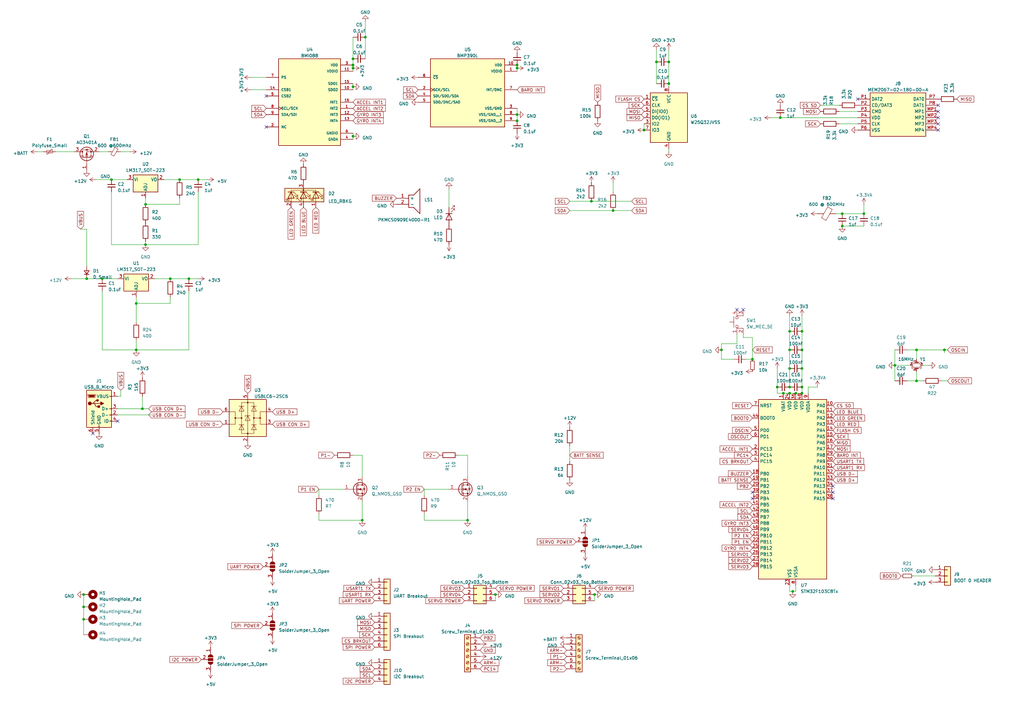
<source format=kicad_sch>
(kicad_sch (version 20230121) (generator eeschema)
  (paper "A3")
  (junction (at 59.69 100.33))
  (junction (at 328.93 143.51))
  (junction (at 45.72 73.66))
  (junction (at 34.29 243.84))
  (junction (at 212.09 26.67))
  (junction (at 35.56 114.3))
  (junction (at 328.93 158.75))
  (junction (at 345.44 87.63))
  (junction (at 323.85 161.29))
  (junction (at 328.93 135.89))
  (junction (at 203.2 243.84))
  (junction (at 264.16 53.34))
  (junction (at 274.32 25.4))
  (junction (at 321.31 161.29))
  (junction (at 243.84 243.84))
  (junction (at 212.09 46.99))
  (junction (at 58.42 167.64))
  (junction (at 212.09 49.53))
  (junction (at 375.92 156.21))
  (junction (at 387.35 143.51))
  (junction (at 274.32 34.29))
  (junction (at 328.93 151.13))
  (junction (at 149.86 15.24))
  (junction (at 55.88 143.51))
  (junction (at 148.59 213.36))
  (junction (at 320.04 48.26))
  (junction (at 81.28 73.66))
  (junction (at 325.12 242.57))
  (junction (at 191.77 213.36))
  (junction (at 144.78 26.67))
  (junction (at 144.78 35.56))
  (junction (at 354.33 87.63))
  (junction (at 69.85 114.3))
  (junction (at 295.91 143.51))
  (junction (at 41.91 114.3))
  (junction (at 55.88 124.46))
  (junction (at 308.61 147.32))
  (junction (at 242.57 82.55))
  (junction (at 345.44 92.71))
  (junction (at 269.24 25.4))
  (junction (at 375.92 143.51))
  (junction (at 144.78 24.13))
  (junction (at 328.93 161.29))
  (junction (at 251.46 86.36))
  (junction (at 59.69 83.82))
  (junction (at 323.85 143.51))
  (junction (at 34.29 248.92))
  (junction (at 77.47 114.3))
  (junction (at 318.77 158.75))
  (junction (at 323.85 135.89))
  (junction (at 144.78 55.88))
  (junction (at 323.85 151.13))
  (junction (at 367.03 149.86))
  (junction (at 326.39 161.29))
  (junction (at 73.66 73.66))
  (junction (at 323.85 158.75))
  (junction (at 34.29 254))
  (junction (at 144.78 27.94))
  (junction (at 212.09 27.94))
  (no_connect (at 308.61 204.47))
  (no_connect (at 308.61 201.93))
  (no_connect (at 384.81 43.18))
  (no_connect (at 341.63 204.47))
  (no_connect (at 304.8 127))
  (no_connect (at 384.81 50.8))
  (no_connect (at 302.26 127))
  (no_connect (at 384.81 45.72))
  (no_connect (at 38.1 177.8))
  (no_connect (at 341.63 201.93))
  (no_connect (at 384.81 53.34))
  (no_connect (at 109.22 39.37))
  (no_connect (at 351.79 40.64))
  (no_connect (at 384.81 48.26))
  (no_connect (at 109.22 52.07))
  (no_connect (at 341.63 199.39))
  (no_connect (at 48.26 172.72))
  (wire (pts (xy 77.47 119.38) (xy 77.47 143.51)))
  (wire (pts (xy 308.61 138.43) (xy 304.8 138.43)))
  (wire (pts (xy 323.85 143.51) (xy 323.85 151.13)))
  (wire (pts (xy 144.78 35.56) (xy 144.78 36.83)))
  (wire (pts (xy 63.5 114.3) (xy 69.85 114.3)))
  (wire (pts (xy 144.78 55.88) (xy 144.78 57.15)))
  (wire (pts (xy 326.39 161.29) (xy 328.93 161.29)))
  (wire (pts (xy 251.46 86.36) (xy 259.08 86.36)))
  (wire (pts (xy 328.93 161.29) (xy 328.93 158.75)))
  (wire (pts (xy 81.28 78.74) (xy 81.28 100.33)))
  (wire (pts (xy 331.47 158.75) (xy 331.47 161.29)))
  (wire (pts (xy 102.87 31.75) (xy 109.22 31.75)))
  (wire (pts (xy 184.15 77.47) (xy 184.15 85.09)))
  (wire (pts (xy 323.85 240.03) (xy 323.85 242.57)))
  (wire (pts (xy 40.64 62.23) (xy 44.45 62.23)))
  (wire (pts (xy 130.81 213.36) (xy 148.59 213.36)))
  (wire (pts (xy 251.46 74.93) (xy 251.46 78.74)))
  (wire (pts (xy 69.85 121.92) (xy 69.85 124.46)))
  (wire (pts (xy 144.78 24.13) (xy 144.78 26.67)))
  (wire (pts (xy 73.66 83.82) (xy 59.69 83.82)))
  (wire (pts (xy 77.47 114.3) (xy 81.28 114.3)))
  (wire (pts (xy 29.21 114.3) (xy 35.56 114.3)))
  (wire (pts (xy 306.07 147.32) (xy 308.61 147.32)))
  (wire (pts (xy 323.85 242.57) (xy 325.12 242.57)))
  (wire (pts (xy 149.86 15.24) (xy 149.86 24.13)))
  (wire (pts (xy 344.17 50.8) (xy 351.79 50.8)))
  (wire (pts (xy 323.85 151.13) (xy 323.85 158.75)))
  (wire (pts (xy 264.16 50.8) (xy 264.16 53.34)))
  (wire (pts (xy 41.91 119.38) (xy 41.91 143.51)))
  (wire (pts (xy 144.78 15.24) (xy 144.78 24.13)))
  (wire (pts (xy 372.11 143.51) (xy 375.92 143.51)))
  (wire (pts (xy 295.91 147.32) (xy 300.99 147.32)))
  (wire (pts (xy 55.88 139.7) (xy 55.88 143.51)))
  (wire (pts (xy 325.12 242.57) (xy 326.39 242.57)))
  (wire (pts (xy 148.59 186.69) (xy 144.78 186.69)))
  (wire (pts (xy 295.91 143.51) (xy 295.91 140.97)))
  (wire (pts (xy 45.72 100.33) (xy 59.69 100.33)))
  (wire (pts (xy 318.77 158.75) (xy 318.77 161.29)))
  (wire (pts (xy 184.15 200.66) (xy 173.99 200.66)))
  (wire (pts (xy 323.85 129.54) (xy 323.85 135.89)))
  (wire (pts (xy 242.57 82.55) (xy 259.08 82.55)))
  (wire (pts (xy 45.72 78.74) (xy 45.72 100.33)))
  (wire (pts (xy 336.55 43.18) (xy 344.17 43.18)))
  (wire (pts (xy 173.99 210.82) (xy 173.99 213.36)))
  (wire (pts (xy 387.35 144.78) (xy 387.35 143.51)))
  (wire (pts (xy 345.44 87.63) (xy 342.9 87.63)))
  (wire (pts (xy 367.03 149.86) (xy 367.03 143.51)))
  (wire (pts (xy 233.68 82.55) (xy 242.57 82.55)))
  (wire (pts (xy 212.09 44.45) (xy 212.09 46.99)))
  (wire (pts (xy 321.31 161.29) (xy 323.85 161.29)))
  (wire (pts (xy 59.69 100.33) (xy 59.69 99.06)))
  (wire (pts (xy 55.88 124.46) (xy 55.88 132.08)))
  (wire (pts (xy 144.78 54.61) (xy 144.78 55.88)))
  (wire (pts (xy 144.78 27.94) (xy 144.78 29.21)))
  (wire (pts (xy 269.24 20.32) (xy 269.24 25.4)))
  (wire (pts (xy 49.53 62.23) (xy 53.34 62.23)))
  (wire (pts (xy 22.86 62.23) (xy 30.48 62.23)))
  (wire (pts (xy 49.53 162.56) (xy 48.26 162.56)))
  (wire (pts (xy 375.92 156.21) (xy 378.46 156.21)))
  (wire (pts (xy 69.85 124.46) (xy 55.88 124.46)))
  (wire (pts (xy 212.09 27.94) (xy 212.09 29.21)))
  (wire (pts (xy 375.92 143.51) (xy 375.92 147.32)))
  (wire (pts (xy 144.78 34.29) (xy 144.78 35.56)))
  (wire (pts (xy 191.77 195.58) (xy 191.77 186.69)))
  (wire (pts (xy 354.33 87.63) (xy 345.44 87.63)))
  (wire (pts (xy 140.97 200.66) (xy 130.81 200.66)))
  (wire (pts (xy 48.26 167.64) (xy 58.42 167.64)))
  (wire (pts (xy 69.85 114.3) (xy 77.47 114.3)))
  (wire (pts (xy 48.26 170.18) (xy 62.23 170.18)))
  (wire (pts (xy 55.88 121.92) (xy 55.88 124.46)))
  (wire (pts (xy 372.11 156.21) (xy 375.92 156.21)))
  (wire (pts (xy 344.17 45.72) (xy 351.79 45.72)))
  (wire (pts (xy 320.04 48.26) (xy 316.23 48.26)))
  (wire (pts (xy 58.42 162.56) (xy 58.42 167.64)))
  (wire (pts (xy 335.28 158.75) (xy 331.47 158.75)))
  (wire (pts (xy 49.53 160.02) (xy 49.53 162.56)))
  (wire (pts (xy 41.91 114.3) (xy 48.26 114.3)))
  (wire (pts (xy 58.42 167.64) (xy 60.96 167.64)))
  (wire (pts (xy 274.32 25.4) (xy 274.32 34.29)))
  (wire (pts (xy 130.81 200.66) (xy 130.81 203.2)))
  (wire (pts (xy 318.77 161.29) (xy 321.31 161.29)))
  (wire (pts (xy 73.66 81.28) (xy 73.66 83.82)))
  (wire (pts (xy 102.87 36.83) (xy 109.22 36.83)))
  (wire (pts (xy 374.65 236.22) (xy 383.54 236.22)))
  (wire (pts (xy 41.91 143.51) (xy 55.88 143.51)))
  (wire (pts (xy 387.35 143.51) (xy 388.62 143.51)))
  (wire (pts (xy 130.81 210.82) (xy 130.81 213.36)))
  (wire (pts (xy 34.29 248.92) (xy 34.29 254)))
  (wire (pts (xy 34.29 254) (xy 34.29 260.35)))
  (wire (pts (xy 149.86 8.89) (xy 149.86 15.24)))
  (wire (pts (xy 274.32 34.29) (xy 274.32 35.56)))
  (wire (pts (xy 302.26 140.97) (xy 302.26 137.16)))
  (wire (pts (xy 243.84 243.84) (xy 243.84 246.38)))
  (wire (pts (xy 39.37 73.66) (xy 45.72 73.66)))
  (wire (pts (xy 304.8 138.43) (xy 304.8 137.16)))
  (wire (pts (xy 144.78 26.67) (xy 144.78 27.94)))
  (wire (pts (xy 148.59 213.36) (xy 148.59 205.74)))
  (wire (pts (xy 328.93 129.54) (xy 328.93 135.89)))
  (wire (pts (xy 318.77 151.13) (xy 318.77 158.75)))
  (wire (pts (xy 212.09 26.67) (xy 212.09 27.94)))
  (wire (pts (xy 354.33 83.82) (xy 354.33 87.63)))
  (wire (pts (xy 233.68 86.36) (xy 251.46 86.36)))
  (wire (pts (xy 328.93 135.89) (xy 328.93 143.51)))
  (wire (pts (xy 15.24 62.23) (xy 17.78 62.23)))
  (wire (pts (xy 269.24 25.4) (xy 269.24 34.29)))
  (wire (pts (xy 191.77 186.69) (xy 187.96 186.69)))
  (wire (pts (xy 367.03 149.86) (xy 373.38 149.86)))
  (wire (pts (xy 35.56 109.22) (xy 35.56 93.98)))
  (wire (pts (xy 203.2 243.84) (xy 203.2 246.38)))
  (wire (pts (xy 233.68 182.88) (xy 233.68 189.23)))
  (wire (pts (xy 59.69 100.33) (xy 81.28 100.33)))
  (wire (pts (xy 212.09 46.99) (xy 212.09 49.53)))
  (wire (pts (xy 308.61 138.43) (xy 308.61 147.32)))
  (wire (pts (xy 295.91 143.51) (xy 295.91 147.32)))
  (wire (pts (xy 148.59 195.58) (xy 148.59 186.69)))
  (wire (pts (xy 35.56 114.3) (xy 41.91 114.3)))
  (wire (pts (xy 274.32 20.32) (xy 274.32 25.4)))
  (wire (pts (xy 35.56 93.98) (xy 33.02 93.98)))
  (wire (pts (xy 34.29 243.84) (xy 34.29 248.92)))
  (wire (pts (xy 375.92 152.4) (xy 375.92 156.21)))
  (wire (pts (xy 59.69 81.28) (xy 59.69 83.82)))
  (wire (pts (xy 191.77 213.36) (xy 191.77 205.74)))
  (wire (pts (xy 320.04 48.26) (xy 351.79 48.26)))
  (wire (pts (xy 328.93 143.51) (xy 328.93 151.13)))
  (wire (pts (xy 386.08 156.21) (xy 388.62 156.21)))
  (wire (pts (xy 73.66 73.66) (xy 81.28 73.66)))
  (wire (pts (xy 375.92 143.51) (xy 387.35 143.51)))
  (wire (pts (xy 173.99 213.36) (xy 191.77 213.36)))
  (wire (pts (xy 77.47 143.51) (xy 55.88 143.51)))
  (wire (pts (xy 367.03 149.86) (xy 367.03 156.21)))
  (wire (pts (xy 345.44 92.71) (xy 354.33 92.71)))
  (wire (pts (xy 173.99 200.66) (xy 173.99 203.2)))
  (wire (pts (xy 295.91 140.97) (xy 302.26 140.97)))
  (wire (pts (xy 323.85 135.89) (xy 323.85 143.51)))
  (wire (pts (xy 328.93 158.75) (xy 328.93 151.13)))
  (wire (pts (xy 274.32 60.96) (xy 274.32 62.23)))
  (wire (pts (xy 67.31 73.66) (xy 73.66 73.66)))
  (wire (pts (xy 81.28 73.66) (xy 85.09 73.66)))
  (wire (pts (xy 381 149.86) (xy 378.46 149.86)))
  (wire (pts (xy 323.85 161.29) (xy 326.39 161.29)))
  (wire (pts (xy 45.72 73.66) (xy 52.07 73.66)))
  (wire (pts (xy 326.39 242.57) (xy 326.39 240.03)))
  (global_label "LED BLUE" (shape input) (at 124.46 85.09 270) (property "Intersheetrefs" "${INTERSHEET_REFS}" (effects hide)))
  (global_label "ARM-" (shape input) (at 232.41 266.7 180) (property "Intersheetrefs" "${INTERSHEET_REFS}" (effects hide)))
  (global_label "OSCIN" (shape input) (at 388.62 143.51 0) (property "Intersheetrefs" "${INTERSHEET_REFS}" (effects hide)))
  (global_label "CS BRKOUT" (shape input) (at 308.61 189.23 180) (property "Intersheetrefs" "${INTERSHEET_REFS}" (effects hide)))
  (global_label "USART1 RX" (shape input) (at 153.67 243.84 180) (property "Intersheetrefs" "${INTERSHEET_REFS}" (effects hide)))
  (global_label "P2 EN" (shape input) (at 308.61 219.71 180) (property "Intersheetrefs" "${INTERSHEET_REFS}" (effects hide)))
  (global_label "GYRO INT4" (shape input) (at 144.78 49.53 0) (property "Intersheetrefs" "${INTERSHEET_REFS}" (effects hide)))
  (global_label "VBUS" (shape input) (at 49.53 160.02 90) (property "Intersheetrefs" "${INTERSHEET_REFS}" (effects hide)))
  (global_label "SCK" (shape input) (at 341.63 179.07 0) (property "Intersheetrefs" "${INTERSHEET_REFS}" (effects hide)))
  (global_label "ACCEL INT1" (shape input) (at 144.78 41.91 0) (property "Intersheetrefs" "${INTERSHEET_REFS}" (effects hide)))
  (global_label "UART POWER" (shape input) (at 153.67 246.38 180) (property "Intersheetrefs" "${INTERSHEET_REFS}" (effects hide)))
  (global_label "SERVO2" (shape input) (at 308.61 229.87 180) (property "Intersheetrefs" "${INTERSHEET_REFS}" (effects hide)))
  (global_label "MOSI" (shape input) (at 264.16 45.72 180) (property "Intersheetrefs" "${INTERSHEET_REFS}" (effects hide)))
  (global_label "VBUS" (shape input) (at 101.6 161.29 90) (property "Intersheetrefs" "${INTERSHEET_REFS}" (effects hide)))
  (global_label "SERVO POWER" (shape input) (at 203.2 241.3 0) (property "Intersheetrefs" "${INTERSHEET_REFS}" (effects hide)))
  (global_label "BARO INT" (shape input) (at 341.63 186.69 0) (property "Intersheetrefs" "${INTERSHEET_REFS}" (effects hide)))
  (global_label "CS SD" (shape input) (at 336.55 43.18 180) (property "Intersheetrefs" "${INTERSHEET_REFS}" (effects hide)))
  (global_label "SDA" (shape input) (at 308.61 212.09 180) (property "Intersheetrefs" "${INTERSHEET_REFS}" (effects hide)))
  (global_label "MOSI" (shape input) (at 153.67 255.27 180) (property "Intersheetrefs" "${INTERSHEET_REFS}" (effects hide)))
  (global_label "USB CON D+" (shape input) (at 60.96 167.64 0) (property "Intersheetrefs" "${INTERSHEET_REFS}" (effects hide)))
  (global_label "UART POWER" (shape input) (at 107.95 232.41 180) (property "Intersheetrefs" "${INTERSHEET_REFS}" (effects hide)))
  (global_label "FLASH CS" (shape input) (at 264.16 40.64 180) (property "Intersheetrefs" "${INTERSHEET_REFS}" (effects hide)))
  (global_label "MISO" (shape input) (at 341.63 181.61 0) (property "Intersheetrefs" "${INTERSHEET_REFS}" (effects hide)))
  (global_label "SERVO POWER" (shape input) (at 236.22 222.25 180) (property "Intersheetrefs" "${INTERSHEET_REFS}" (effects hide)))
  (global_label "ACCEL INT1" (shape input) (at 308.61 184.15 180) (property "Intersheetrefs" "${INTERSHEET_REFS}" (effects hide)))
  (global_label "USB D-" (shape input) (at 341.63 194.31 0) (property "Intersheetrefs" "${INTERSHEET_REFS}" (effects hide)))
  (global_label "P2-" (shape input) (at 232.41 274.32 180) (property "Intersheetrefs" "${INTERSHEET_REFS}" (effects hide)))
  (global_label "LED RED" (shape input) (at 341.63 173.99 0) (property "Intersheetrefs" "${INTERSHEET_REFS}" (effects hide)))
  (global_label "RESET" (shape input) (at 308.61 143.51 0) (property "Intersheetrefs" "${INTERSHEET_REFS}" (effects hide)))
  (global_label "P1-" (shape input) (at 232.41 269.24 180) (property "Intersheetrefs" "${INTERSHEET_REFS}" (effects hide)))
  (global_label "SCL" (shape input) (at 109.22 44.45 180) (property "Intersheetrefs" "${INTERSHEET_REFS}" (effects hide)))
  (global_label "BATT SENSE" (shape input) (at 308.61 196.85 180) (property "Intersheetrefs" "${INTERSHEET_REFS}" (effects hide)))
  (global_label "GYRO INT4" (shape input) (at 308.61 224.79 180) (property "Intersheetrefs" "${INTERSHEET_REFS}" (effects hide)))
  (global_label "SERVO POWER" (shape input) (at 243.84 241.3 0) (property "Intersheetrefs" "${INTERSHEET_REFS}" (effects hide)))
  (global_label "SCK" (shape input) (at 336.55 50.8 180) (property "Intersheetrefs" "${INTERSHEET_REFS}" (effects hide)))
  (global_label "USART1 TX" (shape input) (at 153.67 241.3 180) (property "Intersheetrefs" "${INTERSHEET_REFS}" (effects hide)))
  (global_label "SCL" (shape input) (at 308.61 209.55 180) (property "Intersheetrefs" "${INTERSHEET_REFS}" (effects hide)))
  (global_label "MISO" (shape input) (at 392.43 40.64 0) (property "Intersheetrefs" "${INTERSHEET_REFS}" (effects hide)))
  (global_label "P1 EN" (shape input) (at 130.81 200.66 180) (property "Intersheetrefs" "${INTERSHEET_REFS}" (effects hide)))
  (global_label "SCK" (shape input) (at 153.67 260.35 180) (property "Intersheetrefs" "${INTERSHEET_REFS}" (effects hide)))
  (global_label "SERVO3" (shape input) (at 190.5 241.3 180) (property "Intersheetrefs" "${INTERSHEET_REFS}" (effects hide)))
  (global_label "SERVO3" (shape input) (at 308.61 232.41 180) (property "Intersheetrefs" "${INTERSHEET_REFS}" (effects hide)))
  (global_label "SERVO POWER" (shape input) (at 190.5 246.38 180) (property "Intersheetrefs" "${INTERSHEET_REFS}" (effects hide)))
  (global_label "SERVO4" (shape input) (at 190.5 243.84 180) (property "Intersheetrefs" "${INTERSHEET_REFS}" (effects hide)))
  (global_label "OSCOUT" (shape input) (at 308.61 179.07 180) (property "Intersheetrefs" "${INTERSHEET_REFS}" (effects hide)))
  (global_label "MISO" (shape input) (at 245.11 41.91 90) (property "Intersheetrefs" "${INTERSHEET_REFS}" (effects hide)))
  (global_label "PC14" (shape input) (at 308.61 186.69 180) (property "Intersheetrefs" "${INTERSHEET_REFS}" (effects hide)))
  (global_label "CS BRKOUT" (shape input) (at 153.67 262.89 180) (property "Intersheetrefs" "${INTERSHEET_REFS}" (effects hide)))
  (global_label "SERVO1" (shape input) (at 231.14 241.3 180) (property "Intersheetrefs" "${INTERSHEET_REFS}" (effects hide)))
  (global_label "SCL" (shape input) (at 171.45 36.83 180) (property "Intersheetrefs" "${INTERSHEET_REFS}" (effects hide)))
  (global_label "MOSI" (shape input) (at 336.55 45.72 180) (property "Intersheetrefs" "${INTERSHEET_REFS}" (effects hide)))
  (global_label "USB CON D-" (shape input) (at 91.44 173.99 180) (property "Intersheetrefs" "${INTERSHEET_REFS}" (effects hide)))
  (global_label "I2C POWER" (shape input) (at 82.55 270.51 180) (property "Intersheetrefs" "${INTERSHEET_REFS}" (effects hide)))
  (global_label "GND" (shape input) (at 196.85 266.7 0) (property "Intersheetrefs" "${INTERSHEET_REFS}" (effects hide)))
  (global_label "GYRO INT3" (shape input) (at 308.61 214.63 180) (property "Intersheetrefs" "${INTERSHEET_REFS}" (effects hide)))
  (global_label "SCL" (shape input) (at 153.67 276.86 180) (property "Intersheetrefs" "${INTERSHEET_REFS}" (effects hide)))
  (global_label "BATT SENSE" (shape input) (at 233.68 186.69 0) (property "Intersheetrefs" "${INTERSHEET_REFS}" (effects hide)))
  (global_label "BOOT0" (shape input) (at 369.57 236.22 180) (property "Intersheetrefs" "${INTERSHEET_REFS}" (effects hide)))
  (global_label "PC14" (shape input) (at 196.85 274.32 0) (property "Intersheetrefs" "${INTERSHEET_REFS}" (effects hide)))
  (global_label "LED BLUE" (shape input) (at 341.63 168.91 0) (property "Intersheetrefs" "${INTERSHEET_REFS}" (effects hide)))
  (global_label "USB D+" (shape input) (at 341.63 196.85 0) (property "Intersheetrefs" "${INTERSHEET_REFS}" (effects hide)))
  (global_label "RESET" (shape input) (at 308.61 166.37 180) (property "Intersheetrefs" "${INTERSHEET_REFS}" (effects hide)))
  (global_label "MOSI" (shape input) (at 341.63 184.15 0) (property "Intersheetrefs" "${INTERSHEET_REFS}" (effects hide)))
  (global_label "LED GREEN" (shape input) (at 119.38 85.09 270) (property "Intersheetrefs" "${INTERSHEET_REFS}" (effects hide)))
  (global_label "SDA" (shape input) (at 233.68 86.36 180) (property "Intersheetrefs" "${INTERSHEET_REFS}" (effects hide)))
  (global_label "OSCIN" (shape input) (at 308.61 176.53 180) (property "Intersheetrefs" "${INTERSHEET_REFS}" (effects hide)))
  (global_label "SCL" (shape input) (at 259.08 82.55 0) (property "Intersheetrefs" "${INTERSHEET_REFS}" (effects hide)))
  (global_label "PB2" (shape input) (at 196.85 261.62 0) (property "Intersheetrefs" "${INTERSHEET_REFS}" (effects hide)))
  (global_label "SDA" (shape input) (at 153.67 274.32 180) (property "Intersheetrefs" "${INTERSHEET_REFS}" (effects hide)))
  (global_label "LED GREEN" (shape input) (at 341.63 171.45 0) (property "Intersheetrefs" "${INTERSHEET_REFS}" (effects hide)))
  (global_label "CS SD" (shape input) (at 341.63 166.37 0) (property "Intersheetrefs" "${INTERSHEET_REFS}" (effects hide)))
  (global_label "LED RED" (shape input) (at 129.54 85.09 270) (property "Intersheetrefs" "${INTERSHEET_REFS}" (effects hide)))
  (global_label "ACCEL INT2" (shape input) (at 144.78 44.45 0) (property "Intersheetrefs" "${INTERSHEET_REFS}" (effects hide)))
  (global_label "ARM-" (shape input) (at 196.85 271.78 0) (property "Intersheetrefs" "${INTERSHEET_REFS}" (effects hide)))
  (global_label "USB D-" (shape input) (at 91.44 168.91 180) (property "Intersheetrefs" "${INTERSHEET_REFS}" (effects hide)))
  (global_label "BUZZER" (shape input) (at 162.56 81.28 180) (property "Intersheetrefs" "${INTERSHEET_REFS}" (effects hide)))
  (global_label "SDA" (shape input) (at 109.22 46.99 180) (property "Intersheetrefs" "${INTERSHEET_REFS}" (effects hide)))
  (global_label "SPI POWER" (shape input) (at 107.95 256.54 180) (property "Intersheetrefs" "${INTERSHEET_REFS}" (effects hide)))
  (global_label "P1 EN" (shape input) (at 308.61 222.25 180) (property "Intersheetrefs" "${INTERSHEET_REFS}" (effects hide)))
  (global_label "MISO" (shape input) (at 264.16 48.26 180) (property "Intersheetrefs" "${INTERSHEET_REFS}" (effects hide)))
  (global_label "BARO INT" (shape input) (at 212.09 36.83 0) (property "Intersheetrefs" "${INTERSHEET_REFS}" (effects hide)))
  (global_label "SCK" (shape input) (at 264.16 43.18 180) (property "Intersheetrefs" "${INTERSHEET_REFS}" (effects hide)))
  (global_label "P2 EN" (shape input) (at 173.99 200.66 180) (property "Intersheetrefs" "${INTERSHEET_REFS}" (effects hide)))
  (global_label "PB2" (shape input) (at 308.61 199.39 180) (property "Intersheetrefs" "${INTERSHEET_REFS}" (effects hide)))
  (global_label "P1-" (shape input) (at 137.16 186.69 180) (property "Intersheetrefs" "${INTERSHEET_REFS}" (effects hide)))
  (global_label "SERVO2" (shape input) (at 231.14 243.84 180) (property "Intersheetrefs" "${INTERSHEET_REFS}" (effects hide)))
  (global_label "FLASH CS" (shape input) (at 341.63 176.53 0) (property "Intersheetrefs" "${INTERSHEET_REFS}" (effects hide)))
  (global_label "OSCOUT" (shape input) (at 388.62 156.21 0) (property "Intersheetrefs" "${INTERSHEET_REFS}" (effects hide)))
  (global_label "SERVO1" (shape input) (at 308.61 227.33 180) (property "Intersheetrefs" "${INTERSHEET_REFS}" (effects hide)))
  (global_label "P2-" (shape input) (at 180.34 186.69 180) (property "Intersheetrefs" "${INTERSHEET_REFS}" (effects hide)))
  (global_label "USART1 RX" (shape input) (at 341.63 191.77 0) (property "Intersheetrefs" "${INTERSHEET_REFS}" (effects hide)))
  (global_label "SERVO POWER" (shape input) (at 231.14 246.38 180) (property "Intersheetrefs" "${INTERSHEET_REFS}" (effects hide)))
  (global_label "MISO" (shape input) (at 153.67 257.81 180) (property "Intersheetrefs" "${INTERSHEET_REFS}" (effects hide)))
  (global_label "GYRO INT3" (shape input) (at 144.78 46.99 0) (property "Intersheetrefs" "${INTERSHEET_REFS}" (effects hide)))
  (global_label "USART1 TX" (shape input) (at 341.63 189.23 0) (property "Intersheetrefs" "${INTERSHEET_REFS}" (effects hide)))
  (global_label "SERVO4" (shape input) (at 308.61 217.17 180) (property "Intersheetrefs" "${INTERSHEET_REFS}" (effects hide)))
  (global_label "USB CON D-" (shape input) (at 60.96 170.18 0) (property "Intersheetrefs" "${INTERSHEET_REFS}" (effects hide)))
  (global_label "VBUS" (shape input) (at 33.02 93.98 90) (property "Intersheetrefs" "${INTERSHEET_REFS}" (effects hide)))
  (global_label "USB CON D+" (shape input) (at 111.76 173.99 0) (property "Intersheetrefs" "${INTERSHEET_REFS}" (effects hide)))
  (global_label "SCL" (shape input) (at 233.68 82.55 180) (property "Intersheetrefs" "${INTERSHEET_REFS}" (effects hide)))
  (global_label "ACCEL INT2" (shape input) (at 308.61 207.01 180) (property "Intersheetrefs" "${INTERSHEET_REFS}" (effects hide)))
  (global_label "BUZZER" (shape input) (at 308.61 194.31 180) (property "Intersheetrefs" "${INTERSHEET_REFS}" (effects hide)))
  (global_label "SPI POWER" (shape input) (at 153.67 265.43 180) (property "Intersheetrefs" "${INTERSHEET_REFS}" (effects hide)))
  (global_label "SDA" (shape input) (at 171.45 39.37 180) (property "Intersheetrefs" "${INTERSHEET_REFS}" (effects hide)))
  (global_label "BOOT0" (shape input) (at 308.61 171.45 180) (property "Intersheetrefs" "${INTERSHEET_REFS}" (effects hide)))
  (global_label "SDA" (shape input) (at 259.08 86.36 0) (property "Intersheetrefs" "${INTERSHEET_REFS}" (effects hide)))
  (global_label "I2C POWER" (shape input) (at 153.67 279.4 180) (property "Intersheetrefs" "${INTERSHEET_REFS}" (effects hide)))
  (global_label "USB D+" (shape input) (at 111.76 168.91 0) (property "Intersheetrefs" "${INTERSHEET_REFS}" (effects hide)))
  (global_label "ARM-" (shape input) (at 232.41 271.78 180) (property "Intersheetrefs" "${INTERSHEET_REFS}" (effects hide)))
  (symbol (lib_id "Device:LED_RBKG") (at 124.46 80.01 270) (unit 1)
    (property "Reference" "D2" (at 134.62 79.375 90) (effects (justify left)))
    (property "Value" "LED_RBKG" (at 134.62 82.55 90) (effects (justify left)))
    (property "Footprint" "LED_THT:LED_D5.0mm-4_RGB" (effects hide))
  )
  (symbol (lib_id "Mechanical:MountingHole_Pad") (at 36.83 248.92 270) (unit 1)
    (property "Reference" "H2" (at 40.64 248.285 90) (effects (justify left)))
    (property "Value" "MountingHole_Pad" (at 40.64 250.825 90) (effects (justify left)))
    (property "Footprint" "MountingHole:MountingHole_3.2mm_M3_DIN965_Pad" (effects hide))
  )
  (symbol (lib_id "power:GND") (at 383.54 233.68 270) (unit 1)
    (property "Reference" "#PWR067" (effects hide))
    (property "Value" "GND" (at 379.73 234.315 90) (effects (justify right)))
  )
  (symbol (lib_id "power:+3V3") (at 58.42 154.94 0) (unit 1)
    (property "Reference" "#PWR09" (effects hide))
    (property "Value" "+3V3" (at 58.42 151.13 0))
  )
  (symbol (lib_id "power:+3V3") (at 102.87 31.75 90) (unit 1)
    (property "Reference" "#PWR013" (effects hide))
    (property "Value" "+3V3" (at 99.06 30.48 0))
  )
  (symbol (lib_id "Device:R") (at 242.57 78.74 0) (mirror y) (unit 1)
    (property "Reference" "R14" (at 240.03 78.105 0) (effects (justify left)))
    (property "Value" "2k2" (at 240.03 80.645 0) (effects (justify left)))
    (property "Footprint" "Resistor_SMD:R_0603_1608Metric" (effects hide))
  )
  (symbol (lib_id "power:+3V3") (at 86.36 265.43 0) (unit 1)
    (property "Reference" "#PWR072" (effects hide))
    (property "Value" "+3V3" (at 86.36 261.62 0))
  )
  (symbol (lib_id "power:+3V3") (at 144.78 27.94 270) (unit 1)
    (property "Reference" "#PWR016" (effects hide))
    (property "Value" "+3V3" (at 148.59 29.21 0))
  )
  (symbol (lib_id "power:+12V") (at 39.37 73.66 90) (unit 1)
    (property "Reference" "#PWR04" (effects hide))
    (property "Value" "+12V" (at 35.56 74.295 90) (effects (justify left)))
  )
  (symbol (lib_id "power:+3V3") (at 264.16 53.34 90) (unit 1)
    (property "Reference" "#PWR049" (effects hide))
    (property "Value" "+3V3" (at 260.35 53.975 90) (effects (justify left)))
  )
  (symbol (lib_id "power:GND") (at 345.44 92.71 0) (unit 1)
    (property "Reference" "#PWR062" (effects hide))
    (property "Value" "GND" (at 345.44 97.79 0))
  )
  (symbol (lib_id "Jumper:SolderJumper_3_Open") (at 111.76 232.41 270) (unit 1)
    (property "Reference" "JP2" (at 114.3 231.775 90) (effects (justify left)))
    (property "Value" "SolderJumper_3_Open" (at 114.3 234.315 90) (effects (justify left)))
    (property "Footprint" "Jumper:SolderJumper-3_P1.3mm_Open_Pad1.0x1.5mm" (effects hide))
  )
  (symbol (lib_id "MCU_ST_STM32F1:STM32F103C8Tx") (at 323.85 201.93 0) (unit 1)
    (property "Reference" "U7" (at 328.3459 240.03 0) (effects (justify left)))
    (property "Value" "STM32F103C8Tx" (at 328.3459 242.57 0) (effects (justify left)))
    (property "Footprint" "Package_QFP:LQFP-48_7x7mm_P0.5mm" (effects hide))
    (property "Datasheet" "https://www.st.com/resource/en/datasheet/stm32f103c8.pdf" (effects hide))
  )
  (symbol (lib_id "power:GND") (at 55.88 143.51 0) (unit 1)
    (property "Reference" "#PWR07" (effects hide))
    (property "Value" "GND" (at 55.88 148.59 0))
  )
  (symbol (lib_id "Device:C_Small") (at 212.09 24.13 180) (unit 1)
    (property "Reference" "C7" (at 214.63 23.4886 0) (effects (justify right)))
    (property "Value" "0.1uf" (at 214.63 26.0286 0) (effects (justify right)))
    (property "Footprint" "Capacitor_SMD:C_0603_1608Metric" (effects hide))
  )
  (symbol (lib_id "power:GND") (at 323.85 129.54 180) (unit 1)
    (property "Reference" "#PWR057" (effects hide))
    (property "Value" "GND" (at 323.85 125.73 0))
  )
  (symbol (lib_id "Device:C_Small") (at 271.78 34.29 90) (unit 1)
    (property "Reference" "C10" (at 271.7863 29.21 90))
    (property "Value" "0.1uf" (at 271.7863 31.75 90))
    (property "Footprint" "Capacitor_SMD:C_0603_1608Metric" (effects hide))
  )
  (symbol (lib_id "power:GND") (at 367.03 149.86 270) (unit 1)
    (property "Reference" "#PWR065" (effects hide))
    (property "Value" "GND" (at 363.22 150.495 90) (effects (justify right)))
  )
  (symbol (lib_id "power:GND") (at 320.04 43.18 180) (unit 1)
    (property "Reference" "#PWR056" (effects hide))
    (property "Value" "GND" (at 320.04 39.37 0))
  )
  (symbol (lib_id "Device:R") (at 382.27 156.21 90) (mirror x) (unit 1)
    (property "Reference" "R22" (at 382.27 161.29 90))
    (property "Value" "47" (at 382.27 158.75 90))
    (property "Footprint" "Resistor_SMD:R_0603_1608Metric" (effects hide))
  )
  (symbol (lib_id "power:GND") (at 59.69 100.33 0) (unit 1)
    (property "Reference" "#PWR08" (effects hide))
    (property "Value" "GND" (at 59.69 105.41 0))
  )
  (symbol (lib_id "Device:C_Small") (at 369.57 156.21 270) (unit 1)
    (property "Reference" "C20" (at 369.5636 151.13 90))
    (property "Value" "6pf" (at 369.5636 153.67 90))
    (property "Footprint" "Capacitor_SMD:C_0603_1608Metric" (effects hide))
  )
  (symbol (lib_id "Device:R") (at 59.69 95.25 0) (unit 1)
    (property "Reference" "R1" (at 62.23 94.615 0) (effects (justify left)))
    (property "Value" "330" (at 62.23 97.155 0) (effects (justify left)))
    (property "Footprint" "Resistor_SMD:R_0603_1608Metric_Pad0.98x0.95mm_HandSolder" (effects hide))
  )
  (symbol (lib_id "Device:R") (at 173.99 207.01 0) (mirror x) (unit 1)
    (property "Reference" "R9" (at 176.53 207.645 0) (effects (justify left)))
    (property "Value" "470" (at 176.53 205.105 0) (effects (justify left)))
    (property "Footprint" "Resistor_SMD:R_0603_1608Metric" (effects hide))
  )
  (symbol (lib_id "power:GND") (at 101.6 181.61 0) (unit 1)
    (property "Reference" "#PWR012" (effects hide))
    (property "Value" "GND" (at 101.6 186.69 0))
  )
  (symbol (lib_id "Mechanical:MountingHole_Pad") (at 36.83 260.35 270) (unit 1)
    (property "Reference" "H4" (at 40.64 259.715 90) (effects (justify left)))
    (property "Value" "MountingHole_Pad" (at 40.64 262.255 90) (effects (justify left)))
    (property "Footprint" "MountingHole:MountingHole_3.2mm_M3_DIN965_Pad" (effects hide))
  )
  (symbol (lib_id "power:+12V") (at 240.03 217.17 0) (unit 1)
    (property "Reference" "#PWR033" (effects hide))
    (property "Value" "+12V" (at 240.03 213.36 0))
  )
  (symbol (lib_id "power:GND") (at 35.56 69.85 0) (unit 1)
    (property "Reference" "#PWR03" (effects hide))
    (property "Value" "GND" (at 43.18 72.39 0))
  )
  (symbol (lib_id "Device:Crystal_GND24_Small") (at 375.92 149.86 270) (unit 1)
    (property "Reference" "Y1" (at 377.19 147.32 90) (effects (justify left)))
    (property "Value" "16MHz" (at 368.3 147.32 90) (effects (justify left)))
    (property "Footprint" "Crystal:Crystal_SMD_2520-4Pin_2.5x2.0mm" (effects hide))
    (property "LCSC Part #" "C13738" (effects hide))
  )
  (symbol (lib_id "Device:R") (at 55.88 135.89 0) (unit 1)
    (property "Reference" "R24" (at 58.42 135.255 0) (effects (justify left)))
    (property "Value" "400" (at 58.42 137.795 0) (effects (justify left)))
    (property "Footprint" "Resistor_SMD:R_0603_1608Metric" (effects hide))
  )
  (symbol (lib_id "Device:Polyfuse_Small") (at 20.32 62.23 90) (unit 1)
    (property "Reference" "F1" (at 20.32 57.15 90))
    (property "Value" "Polyfuse_Small" (at 20.32 59.69 90))
    (property "Footprint" "Fuse:Fuse_1206_3216Metric" (effects hide))
  )
  (symbol (lib_id "power:+3V3") (at 196.85 264.16 270) (unit 1)
    (property "Reference" "#PWR074" (effects hide))
    (property "Value" "+3V3" (at 200.66 264.795 90) (effects (justify left)))
  )
  (symbol (lib_id "power:+BATT") (at 232.41 261.62 90) (unit 1)
    (property "Reference" "#PWR040" (effects hide))
    (property "Value" "+BATT" (at 228.6 262.255 90) (effects (justify left)))
  )
  (symbol (lib_id "Device:C_Small") (at 81.28 76.2 0) (unit 1)
    (property "Reference" "C4" (at 83.82 75.5713 0) (effects (justify left)))
    (property "Value" "1uf" (at 83.82 78.1113 0) (effects (justify left)))
    (property "Footprint" "Capacitor_SMD:C_0805_2012Metric" (effects hide))
  )
  (symbol (lib_id "power:GND") (at 203.2 243.84 90) (unit 1)
    (property "Reference" "#PWR034" (effects hide))
    (property "Value" "GND" (at 207.01 244.475 90) (effects (justify right)))
  )
  (symbol (lib_id "power:+3V3") (at 316.23 48.26 90) (unit 1)
    (property "Reference" "#PWR055" (effects hide))
    (property "Value" "+3V3" (at 312.42 48.895 90) (effects (justify left)))
  )
  (symbol (lib_id "power:GND") (at 351.79 53.34 270) (unit 1)
    (property "Reference" "#PWR063" (effects hide))
    (property "Value" "GND" (at 347.98 53.975 90) (effects (justify right)))
  )
  (symbol (lib_id "Regulator_Linear:LM317_SOT-223") (at 55.88 114.3 0) (unit 1)
    (property "Reference" "U1" (at 55.88 107.95 0))
    (property "Value" "LM317_SOT-223" (at 55.88 110.49 0))
    (property "Footprint" "Package_TO_SOT_SMD:SOT-223-3_TabPin2" (effects hide))
    (property "Datasheet" "http://www.ti.com/lit/ds/symlink/lm317.pdf" (effects hide))
  )
  (symbol (lib_id "Device:R") (at 251.46 82.55 0) (mirror y) (unit 1)
    (property "Reference" "R16" (at 248.92 81.915 0) (effects (justify left)))
    (property "Value" "2k2" (at 248.92 84.455 0) (effects (justify left)))
    (property "Footprint" "Resistor_SMD:R_0603_1608Metric" (effects hide))
  )
  (symbol (lib_id "Device:R") (at 184.15 96.52 0) (mirror y) (unit 1)
    (property "Reference" "R10" (at 181.61 95.885 0) (effects (justify left)))
    (property "Value" "470" (at 181.61 98.425 0) (effects (justify left)))
    (property "Footprint" "Resistor_SMD:R_0603_1608Metric" (effects hide))
  )
  (symbol (lib_id "power:+3V3") (at 111.76 251.46 0) (unit 1)
    (property "Reference" "#PWR044" (effects hide))
    (property "Value" "+3V3" (at 111.76 247.65 0))
  )
  (symbol (lib_id "power:+3.3VA") (at 354.33 83.82 0) (unit 1)
    (property "Reference" "#PWR064" (effects hide))
    (property "Value" "+3.3VA" (at 354.33 80.01 0))
  )
  (symbol (lib_id "Device:R") (at 124.46 71.12 0) (mirror y) (unit 1)
    (property "Reference" "R6" (at 121.92 70.485 0) (effects (justify left)))
    (property "Value" "470" (at 121.92 73.025 0) (effects (justify left)))
    (property "Footprint" "Resistor_SMD:R_0603_1608Metric" (effects hide))
  )
  (symbol (lib_id "Connector:USB_B_Micro") (at 40.64 167.64 0) (unit 1)
    (property "Reference" "J1" (at 40.64 156.21 0))
    (property "Value" "USB_B_Micro" (at 40.64 158.75 0))
    (property "Footprint" "Connector_USB:USB_Micro-B_Amphenol_10104110_Horizontal" (effects hide))
  )
  (symbol (lib_id "Memory_Flash:W25Q32JVSS") (at 274.32 48.26 0) (unit 1)
    (property "Reference" "U6" (at 283.21 47.625 0) (effects (justify left)))
    (property "Value" "W25Q32JVSS" (at 283.21 50.165 0) (effects (justify left)))
    (property "Footprint" "Package_SO:SOIC-8_5.23x5.23mm_P1.27mm" (effects hide))
    (property "Datasheet" "http://www.winbond.com/resource-files/w25q32jv%20revg%2003272018%20plus.pdf" (effects hide))
  )
  (symbol (lib_id "Jumper:SolderJumper_3_Open") (at 86.36 270.51 270) (unit 1)
    (property "Reference" "JP4" (at 88.9 269.875 90) (effects (justify left)))
    (property "Value" "SolderJumper_3_Open" (at 88.9 272.415 90) (effects (justify left)))
    (property "Footprint" "Jumper:SolderJumper-3_P1.3mm_Open_Pad1.0x1.5mm" (effects hide))
  )
  (symbol (lib_id "power:GND") (at 274.32 62.23 0) (unit 1)
    (property "Reference" "#PWR052" (effects hide))
    (property "Value" "GND" (at 274.32 67.31 0))
  )
  (symbol (lib_id "Device:R") (at 347.98 43.18 270) (mirror x) (unit 1)
    (property "Reference" "R20" (at 348.615 40.64 0) (effects (justify left)))
    (property "Value" "3.3k" (at 346.075 40.64 0) (effects (justify left)))
    (property "Footprint" "Resistor_SMD:R_0603_1608Metric" (effects hide))
  )
  (symbol (lib_id "Device:C_Small") (at 320.04 45.72 0) (unit 1)
    (property "Reference" "C12" (at 322.58 45.0913 0) (effects (justify left)))
    (property "Value" "1uf" (at 322.58 47.6313 0) (effects (justify left)))
    (property "Footprint" "Capacitor_SMD:C_0603_1608Metric" (effects hide))
  )
  (symbol (lib_id "Device:C_Small") (at 45.72 76.2 0) (unit 1)
    (property "Reference" "C2" (at 48.26 75.5713 0) (effects (justify left)))
    (property "Value" "0.1uf" (at 48.26 78.1113 0) (effects (justify left)))
    (property "Footprint" "Capacitor_SMD:C_0805_2012Metric" (effects hide))
  )
  (symbol (lib_id "Connector_Generic:Conn_01x03") (at 388.62 236.22 0) (unit 1)
    (property "Reference" "J9" (at 391.16 235.585 0) (effects (justify left)))
    (property "Value" "BOOT 0 HEADER" (at 391.16 238.125 0) (effects (justify left)))
    (property "Footprint" "Connector_PinHeader_2.54mm:PinHeader_1x03_P2.54mm_Vertical" (effects hide))
  )
  (symbol (lib_id "power:+3V3") (at 274.32 20.32 0) (unit 1)
    (property "Reference" "#PWR051" (effects hide))
    (property "Value" "+3V3" (at 274.32 16.51 0))
  )
  (symbol (lib_id "power:GND") (at 148.59 213.36 0) (unit 1)
    (property "Reference" "#PWR019" (effects hide))
    (property "Value" "GND" (at 148.59 218.44 0))
  )
  (symbol (lib_id "power:+3V3") (at 328.93 129.54 0) (unit 1)
    (property "Reference" "#PWR059" (effects hide))
    (property "Value" "+3V3" (at 328.93 125.73 0))
  )
  (symbol (lib_id "power:GND") (at 149.86 8.89 180) (unit 1)
    (property "Reference" "#PWR020" (effects hide))
    (property "Value" "GND" (at 149.86 5.08 0))
  )
  (symbol (lib_id "power:+5V") (at 111.76 237.49 180) (unit 1)
    (property "Reference" "#PWR039" (effects hide))
    (property "Value" "+5V" (at 111.76 242.57 0))
  )
  (symbol (lib_id "power:+12V") (at 233.68 175.26 0) (unit 1)
    (property "Reference" "#PWR042" (effects hide))
    (property "Value" "+12V" (at 233.68 171.45 0))
  )
  (symbol (lib_id "Device:C_Small") (at 345.44 90.17 180) (unit 1)
    (property "Reference" "C17" (at 347.98 89.5286 0) (effects (justify right)))
    (property "Value" "1uf" (at 347.98 92.0686 0) (effects (justify right)))
    (property "Footprint" "Capacitor_SMD:C_0603_1608Metric" (effects hide))
  )
  (symbol (lib_id "Device:LED") (at 184.15 88.9 90) (mirror x) (unit 1)
    (property "Reference" "D3" (at 181.61 86.6775 90) (effects (justify left)))
    (property "Value" "LED" (at 181.61 89.2175 90) (effects (justify left)))
    (property "Footprint" "LED_SMD:LED_0805_2012Metric" (effects hide))
  )
  (symbol (lib_id "power:+12V") (at 53.34 62.23 270) (unit 1)
    (property "Reference" "#PWR06" (effects hide))
    (property "Value" "+12V" (at 57.15 62.865 90) (effects (justify left)))
  )
  (symbol (lib_id "power:GND") (at 34.29 243.84 270) (unit 1)
    (property "Reference" "#PWR070" (effects hide))
    (property "Value" "GND" (at 30.48 244.475 90) (effects (justify right)))
  )
  (symbol (lib_id "Device:C_Small") (at 326.39 158.75 90) (unit 1)
    (property "Reference" "C16" (at 326.3963 153.67 90))
    (property "Value" "100nf" (at 326.3963 156.21 90))
    (property "Footprint" "Capacitor_SMD:C_0603_1608Metric" (effects hide))
  )
  (symbol (lib_id "power:GND") (at 232.41 264.16 270) (unit 1)
    (property "Reference" "#PWR041" (effects hide))
    (property "Value" "GND" (at 228.6 264.795 90) (effects (justify right)))
  )
  (symbol (lib_id "Device:R") (at 58.42 158.75 0) (unit 1)
    (property "Reference" "R3" (at 53.34 158.75 90))
    (property "Value" "1k5" (at 55.88 158.75 90))
    (property "Footprint" "Resistor_SMD:R_0603_1608Metric" (effects hide))
  )
  (symbol (lib_id "Device:R") (at 233.68 179.07 0) (mirror y) (unit 1)
    (property "Reference" "R12" (at 231.14 178.435 0) (effects (justify left)))
    (property "Value" "20k" (at 231.14 180.975 0) (effects (justify left)))
    (property "Footprint" "Resistor_SMD:R_0603_1608Metric" (effects hide))
  )
  (symbol (lib_id "power:+3V3") (at 383.54 238.76 90) (unit 1)
    (property "Reference" "#PWR068" (effects hide))
    (property "Value" "+3V3" (at 379.73 239.395 90) (effects (justify left)))
  )
  (symbol (lib_id "SamacSys_Parts:MEM2067-02-180-00-A") (at 351.79 40.64 0) (unit 1)
    (property "Reference" "J8" (at 368.3 34.29 0))
    (property "Value" "MEM2067-02-180-00-A" (at 368.3 36.83 0))
    (property "Footprint" "SamacSys_Parts:MEM20670218000A" (effects hide))
    (property "Datasheet" "https://gct.co/files/drawings/mem2067.pdf" (effects hide))
    (property "Height" "1.95" (effects hide))
    (property "Mouser Part Number" "640-MEM20670218000A" (effects hide))
    (property "Mouser Price/Stock" "https://www.mouser.co.uk/ProductDetail/GCT/MEM2067-02-180-00-A?qs=KUoIvG%2F9IlYTw%2Fcc1GlNJA%3D%3D" (effects hide))
    (property "Manufacturer_Name" "GCT (GLOBAL CONNECTOR TECHNOLOGY)" (effects hide))
    (property "Manufacturer_Part_Number" "MEM2067-02-180-00-A" (effects hide))
  )
  (symbol (lib_id "power:GND") (at 245.11 49.53 0) (unit 1)
    (property "Reference" "#PWR047" (effects hide))
    (property "Value" "GND" (at 245.11 54.61 0))
  )
  (symbol (lib_id "Device:R") (at 184.15 186.69 90) (mirror x) (unit 1)
    (property "Reference" "R11" (at 183.515 189.23 0) (effects (justify left)))
    (property "Value" "10" (at 186.055 189.23 0) (effects (justify left)))
    (property "Footprint" "Resistor_SMD:R_0603_1608Metric" (effects hide))
  )
  (symbol (lib_id "Mechanical:MountingHole_Pad") (at 36.83 254 270) (unit 1)
    (property "Reference" "H3" (at 40.64 253.365 90) (effects (justify left)))
    (property "Value" "MountingHole_Pad" (at 40.64 255.905 90) (effects (justify left)))
    (property "Footprint" "MountingHole:MountingHole_3.2mm_M3_DIN965_Pad" (effects hide))
  )
  (symbol (lib_id "Device:R_Small") (at 308.61 149.86 0) (unit 1)
    (property "Reference" "R17" (at 311.15 149.225 0) (effects (justify left)))
    (property "Value" "10k" (at 311.15 151.765 0) (effects (justify left)))
    (property "Footprint" "Resistor_SMD:R_0603_1608Metric" (effects hide))
  )
  (symbol (lib_id "power:+5V") (at 111.76 261.62 180) (unit 1)
    (property "Reference" "#PWR071" (effects hide))
    (property "Value" "+5V" (at 111.76 266.7 0))
  )
  (symbol (lib_id "Connector_Generic:Conn_01x06") (at 158.75 257.81 0) (unit 1)
    (property "Reference" "J3" (at 161.29 258.445 0) (effects (justify left)))
    (property "Value" "SPI Breakout" (at 161.29 260.985 0) (effects (justify left)))
    (property "Footprint" "Connector_PinHeader_2.54mm:PinHeader_1x06_P2.54mm_Vertical" (effects hide))
  )
  (symbol (lib_id "BMP390L:BMP390L") (at 191.77 36.83 0) (unit 1)
    (property "Reference" "U5" (at 191.77 20.32 0))
    (property "Value" "BMP390L" (at 191.77 22.86 0))
    (property "Footprint" "SnapEDA Library:XDCR_BMP390L" (effects hide))
    (property "PARTREV" "1.7" (effects hide))
    (property "SNAPEDA_PN" "BMP390L" (effects hide))
    (property "STANDARD" "Manufacturer Recommendation" (effects hide))
    (property "MAXIMUM_PACKAGE_HEIGHT" "0.8 mm" (effects hide))
    (property "MANUFACTURER" "BOSCH" (effects hide))
  )
  (symbol (lib_id "power:+3V3") (at 212.09 54.61 180) (unit 1)
    (property "Reference" "#PWR038" (effects hide))
    (property "Value" "+3V3" (at 212.09 59.69 0))
  )
  (symbol (lib_id "power:+5V") (at 85.09 73.66 270) (unit 1)
    (property "Reference" "#PWR011" (effects hide))
    (property "Value" "+5V" (at 88.9 74.295 90) (effects (justify left)))
  )
  (symbol (lib_id "power:+5V") (at 240.03 227.33 180) (unit 1)
    (property "Reference" "#PWR030" (effects hide))
    (property "Value" "+5V" (at 240.03 232.41 0))
  )
  (symbol (lib_id "power:GND") (at 212.09 46.99 90) (unit 1)
    (property "Reference" "#PWR037" (effects hide))
    (property "Value" "GND" (at 215.9 47.625 90) (effects (justify right)))
  )
  (symbol (lib_id "BMI088:BMI088") (at 127 41.91 0) (unit 1)
    (property "Reference" "U4" (at 127 20.32 0))
    (property "Value" "BMI088" (at 127 22.86 0))
    (property "Footprint" "SnapEDA Library:PQFN50P450X300X100-16N" (effects hide))
    (property "MF" "Bosch Sensortec" (effects hide))
    (property "PURCHASE-URL" "https://pricing.snapeda.com/search/part/BMI088/?ref=eda" (effects hide))
    (property "PACKAGE" "VFLGA-16 Bosch Sensortec" (effects hide))
    (property "PRICE" "None" (effects hide))
    (property "MP" "BMI088" (effects hide))
    (property "AVAILABILITY" "In Stock" (effects hide))
    (property "DESCRIPTION" "Accelerometer, Gyroscope, 6 Axis Sensor I²C, SPI Output" (effects hide))
  )
  (symbol (lib_id "Connector:Screw_Terminal_01x06") (at 237.49 266.7 0) (unit 1)
    (property "Reference" "J7" (at 240.03 267.335 0) (effects (justify left)))
    (property "Value" "Screw_Terminal_01x06" (at 240.03 269.875 0) (effects (justify left)))
    (property "Footprint" "TerminalBlock_Phoenix:TerminalBlock_Phoenix_MPT-0,5-6-2.54_1x06_P2.54mm_Horizontal" (effects hide))
  )
  (symbol (lib_id "power:GND") (at 191.77 213.36 0) (unit 1)
    (property "Reference" "#PWR031" (effects hide))
    (property "Value" "GND" (at 191.77 218.44 0))
  )
  (symbol (lib_id "Device:C_Small") (at 326.39 151.13 90) (unit 1)
    (property "Reference" "C15" (at 326.3963 146.05 90))
    (property "Value" "100nf" (at 326.3963 148.59 90))
    (property "Footprint" "Capacitor_SMD:C_0603_1608Metric" (effects hide))
  )
  (symbol (lib_id "Device:R") (at 69.85 118.11 0) (unit 1)
    (property "Reference" "R4" (at 72.39 117.475 0) (effects (justify left)))
    (property "Value" "240" (at 72.39 120.015 0) (effects (justify left)))
    (property "Footprint" "Resistor_SMD:R_0603_1608Metric_Pad0.98x0.95mm_HandSolder" (effects hide))
  )
  (symbol (lib_id "SamacSys_Parts:PKMCS0909E4000-R1") (at 162.56 81.28 0) (unit 1)
    (property "Reference" "LS1" (at 173.99 81.915 0) (effects (justify left)))
    (property "Value" "PKMCS0909E4000-R1" (at 154.94 90.17 0) (effects (justify left)))
    (property "Footprint" "SamacSys_Parts:PKMCS0909E4000R1" (effects hide))
    (property "Datasheet" "http://www.murata.com/~/media/webrenewal/products/sound/sounder/vppt-buzj083-d.ashx" (effects hide))
    (property "Height" "1.9" (effects hide))
    (property "Mouser Part Number" "81-PKMCS0909E4000-R1" (effects hide))
    (property "Mouser Price/Stock" "https://www.mouser.co.uk/ProductDetail/Murata-Electronics/PKMCS0909E4000-R1?qs=YqJ97pz8ambMt2Tf4F1Kig%3D%3D" (effects hide))
    (property "Manufacturer_Name" "Murata Electronics" (effects hide))
    (property "Manufacturer_Part_Number" "PKMCS0909E4000-R1" (effects hide))
  )
  (symbol (lib_id "Device:C_Small") (at 321.31 158.75 90) (unit 1)
    (property "Reference" "C21" (at 321.3163 153.67 90))
    (property "Value" "100nf" (at 321.3163 156.21 90))
    (property "Footprint" "Capacitor_SMD:C_0603_1608Metric" (effects hide))
  )
  (symbol (lib_id "Device:R") (at 233.68 193.04 0) (mirror y) (unit 1)
    (property "Reference" "R13" (at 231.14 192.405 0) (effects (justify left)))
    (property "Value" "6k" (at 231.14 194.945 0) (effects (justify left)))
    (property "Footprint" "Resistor_SMD:R_0603_1608Metric" (effects hide))
  )
  (symbol (lib_id "Jumper:SolderJumper_3_Open") (at 240.03 222.25 270) (unit 1)
    (property "Reference" "JP1" (at 242.57 221.615 90) (effects (justify left)))
    (property "Value" "SolderJumper_3_Open" (at 242.57 224.155 90) (effects (justify left)))
    (property "Footprint" "Jumper:SolderJumper-3_P1.3mm_Open_Pad1.0x1.5mm" (effects hide))
  )
  (symbol (lib_id "Device:C_Small") (at 147.32 15.24 90) (unit 1)
    (property "Reference" "C5" (at 147.3263 10.16 90))
    (property "Value" "0.1uf" (at 147.3263 12.7 90))
    (property "Footprint" "Capacitor_SMD:C_0603_1608Metric" (effects hide))
  )
  (symbol (lib_id "power:GND") (at 212.09 21.59 180) (unit 1)
    (property "Reference" "#PWR035" (effects hide))
    (property "Value" "GND" (at 212.09 17.78 0))
  )
  (symbol (lib_id "power:+3V3") (at 318.77 151.13 0) (unit 1)
    (property "Reference" "#PWR069" (effects hide))
    (property "Value" "+3V3" (at 318.77 147.32 0))
  )
  (symbol (lib_id "power:GND") (at 295.91 143.51 270) (unit 1)
    (property "Reference" "#PWR053" (effects hide))
    (property "Value" "GND" (at 292.1 144.145 90) (effects (justify right)))
  )
  (symbol (lib_id "Device:C_Small") (at 369.57 143.51 90) (unit 1)
    (property "Reference" "C19" (at 369.5763 138.43 90))
    (property "Value" "6pf" (at 369.5763 140.97 90))
    (property "Footprint" "Capacitor_SMD:C_0603_1608Metric" (effects hide))
  )
  (symbol (lib_id "Device:Q_NMOS_GSD") (at 189.23 200.66 0) (unit 1)
    (property "Reference" "Q3" (at 195.58 200.025 0) (effects (justify left)))
    (property "Value" "Q_NMOS_GSD" (at 195.58 202.565 0) (effects (justify left)))
    (property "Footprint" "Package_TO_SOT_SMD:SOT-23-3" (effects hide))
  )
  (symbol (lib_id "Device:R") (at 130.81 207.01 0) (mirror x) (unit 1)
    (property "Reference" "R7" (at 133.35 207.645 0) (effects (justify left)))
    (property "Value" "470" (at 133.35 205.105 0) (effects (justify left)))
    (property "Footprint" "Resistor_SMD:R_0603_1608Metric" (effects hide))
  )
  (symbol (lib_id "Device:R") (at 245.11 45.72 0) (mirror y) (unit 1)
    (property "Reference" "R15" (at 242.57 45.085 0) (effects (justify left)))
    (property "Value" "100k" (at 242.57 47.625 0) (effects (justify left)))
    (property "Footprint" "Resistor_SMD:R_0603_1608Metric" (effects hide))
  )
  (symbol (lib_id "power:GND") (at 153.67 252.73 270) (unit 1)
    (property "Reference" "#PWR023" (effects hide))
    (property "Value" "GND" (at 149.86 253.365 90) (effects (justify right)))
  )
  (symbol (lib_id "Device:C_Small") (at 271.78 25.4 90) (unit 1)
    (property "Reference" "C9" (at 271.7863 20.32 90))
    (property "Value" "1uf" (at 271.7863 22.86 90))
    (property "Footprint" "Capacitor_SMD:C_0603_1608Metric" (effects hide))
  )
  (symbol (lib_id "power:+3.3VA") (at 335.28 158.75 0) (unit 1)
    (property "Reference" "#PWR061" (effects hide))
    (property "Value" "+3.3VA" (at 335.28 154.94 0))
  )
  (symbol (lib_id "power:+12V") (at 29.21 114.3 90) (unit 1)
    (property "Reference" "#PWR01" (effects hide))
    (property "Value" "+12V" (at 25.4 114.935 90) (effects (justify left)))
  )
  (symbol (lib_id "power:GND") (at 162.56 83.82 270) (unit 1)
    (property "Reference" "#PWR025" (effects hide))
    (property "Value" "GND" (at 158.75 84.455 90) (effects (justify right)))
  )
  (symbol (lib_id "Device:R_Small") (at 372.11 236.22 270) (unit 1)
    (property "Reference" "R21" (at 372.11 231.14 90))
    (property "Value" "100K" (at 372.11 233.68 90))
    (property "Footprint" "Resistor_SMD:R_0603_1608Metric" (effects hide))
  )
  (symbol (lib_id "Mechanical:MountingHole_Pad") (at 36.83 243.84 270) (unit 1)
    (property "Reference" "H1" (at 40.64 243.205 90) (effects (justify left)))
    (property "Value" "MountingHole_Pad" (at 40.64 245.745 90) (effects (justify left)))
    (property "Footprint" "MountingHole:MountingHole_3.2mm_M3_DIN965_Pad" (effects hide))
  )
  (symbol (lib_id "power:+3V3") (at 184.15 100.33 180) (unit 1)
    (property "Reference" "#PWR029" (effects hide))
    (property "Value" "+3V3" (at 184.15 105.41 0))
  )
  (symbol (lib_id "power:GND") (at 171.45 41.91 270) (unit 1)
    (property "Reference" "#PWR027" (effects hide))
    (property "Value" "GND" (at 167.64 42.545 90) (effects (justify right)))
  )
  (symbol (lib_id "Transistor_FET:AO3401A") (at 35.56 64.77 90) (unit 1)
    (property "Reference" "Q1" (at 35.56 55.88 90))
    (property "Value" "AO3401A" (at 35.56 58.42 90))
    (property "Footprint" "Package_TO_SOT_SMD:SOT-23-3" (effects hide))
    (property "Datasheet" "http://www.aosmd.com/pdfs/datasheet/AO3401A.pdf" (effects hide))
  )
  (symbol (lib_id "Device:C_Small") (at 354.33 90.17 180) (unit 1)
    (property "Reference" "C18" (at 356.87 89.5286 0) (effects (justify right)))
    (property "Value" "0.1uf" (at 356.87 92.0686 0) (effects (justify right)))
    (property "Footprint" "Capacitor_SMD:C_0603_1608Metric" (effects hide))
  )
  (symbol (lib_id "Device:C_Small") (at 41.91 116.84 0) (unit 1)
    (property "Reference" "C1" (at 44.45 116.2113 0) (effects (justify left)))
    (property "Value" "0.1uf" (at 44.45 118.7513 0) (effects (justify left)))
    (property "Footprint" "Capacitor_SMD:C_0805_2012Metric" (effects hide))
  )
  (symbol (lib_id "Connector_Generic:Conn_02x03_Top_Bottom") (at 195.58 243.84 0) (unit 1)
    (property "Reference" "J5" (at 196.85 236.22 0))
    (property "Value" "Conn_02x03_Top_Bottom" (at 196.85 238.76 0))
    (property "Footprint" "Connector_PinHeader_2.54mm:PinHeader_2x03_P2.54mm_Vertical" (effects hide))
  )
  (symbol (lib_id "power:+5V") (at 86.36 275.59 180) (unit 1)
    (property "Reference" "#PWR073" (effects hide))
    (property "Value" "+5V" (at 86.36 280.67 0))
  )
  (symbol (lib_id "Device:C_Small") (at 303.53 147.32 90) (unit 1)
    (property "Reference" "C11" (at 303.5363 142.24 90))
    (property "Value" "100nf" (at 303.5363 144.78 90))
    (property "Footprint" "Capacitor_SMD:C_0603_1608Metric" (effects hide))
  )
  (symbol (lib_id "Device:C_Small") (at 212.09 52.07 180) (unit 1)
    (property "Reference" "C8" (at 214.63 51.4286 0) (effects (justify right)))
    (property "Value" "0.1uf" (at 214.63 53.9686 0) (effects (justify right)))
    (property "Footprint" "Capacitor_SMD:C_0603_1608Metric" (effects hide))
  )
  (symbol (lib_id "power:GND") (at 144.78 35.56 90) (unit 1)
    (property "Reference" "#PWR017" (effects hide))
    (property "Value" "GND" (at 148.59 36.195 90) (effects (justify right)))
  )
  (symbol (lib_id "Connector_Generic:Conn_01x04") (at 158.75 274.32 0) (unit 1)
    (property "Reference" "J10" (at 161.29 274.955 0) (effects (justify left)))
    (property "Value" "I2C Breakout" (at 161.29 277.495 0) (effects (justify left)))
    (property "Footprint" "Connector_PinHeader_2.54mm:PinHeader_1x04_P2.54mm_Vertical" (effects hide))
  )
  (symbol (lib_id "power:GND") (at 40.64 177.8 0) (unit 1)
    (property "Reference" "#PWR05" (effects hide))
    (property "Value" "GND" (at 40.64 182.88 0))
  )
  (symbol (lib_id "Device:R") (at 73.66 77.47 0) (unit 1)
    (property "Reference" "R5" (at 76.2 76.835 0) (effects (justify left)))
    (property "Value" "240" (at 76.2 79.375 0) (effects (justify left)))
    (property "Footprint" "Resistor_SMD:R_0603_1608Metric_Pad0.98x0.95mm_HandSolder" (effects hide))
  )
  (symbol (lib_id "Device:R") (at 340.36 45.72 270) (mirror x) (unit 1)
    (property "Reference" "R18" (at 340.995 43.18 0) (effects (justify left)))
    (property "Value" "3.3k" (at 338.455 43.18 0) (effects (justify left)))
    (property "Footprint" "Resistor_SMD:R_0603_1608Metric" (effects hide))
  )
  (symbol (lib_id "Device:C_Small") (at 326.39 143.51 90) (unit 1)
    (property "Reference" "C14" (at 326.3963 138.43 90))
    (property "Value" "100nf" (at 326.3963 140.97 90))
    (property "Footprint" "Capacitor_SMD:C_0603_1608Metric" (effects hide))
  )
  (symbol (lib_id "power:GND") (at 153.67 271.78 270) (unit 1)
    (property "Reference" "#PWR024" (effects hide))
    (property "Value" "GND" (at 149.86 272.415 90) (effects (justify right)))
  )
  (symbol (lib_id "power:+3V3") (at 171.45 31.75 90) (unit 1)
    (property "Reference" "#PWR026" (effects hide))
    (property "Value" "+3V3" (at 167.64 32.385 90) (effects (justify left)))
  )
  (symbol (lib_id "power:GND") (at 124.46 67.31 180) (unit 1)
    (property "Reference" "#PWR015" (effects hide))
    (property "Value" "GND" (at 124.46 63.5 0))
  )
  (symbol (lib_id "power:+3V3") (at 102.87 36.83 90) (unit 1)
    (property "Reference" "#PWR014" (effects hide))
    (property "Value" "+3V3" (at 99.06 35.56 0))
  )
  (symbol (lib_id "power:GND") (at 144.78 55.88 90) (unit 1)
    (property "Reference" "#PWR018" (effects hide))
    (property "Value" "GND" (at 148.59 56.515 90) (effects (justify right)))
  )
  (symbol (lib_id "Jumper:SolderJumper_3_Open") (at 111.76 256.54 270) (unit 1)
    (property "Reference" "JP3" (at 114.3 255.905 90) (effects (justify left)))
    (property "Value" "SolderJumper_3_Open" (at 114.3 258.445 90) (effects (justify left)))
    (property "Footprint" "Jumper:SolderJumper-3_P1.3mm_Open_Pad1.0x1.5mm" (effects hide))
  )
  (symbol (lib_id "power:+3V3") (at 111.76 227.33 0) (unit 1)
    (property "Reference" "#PWR022" (effects hide))
    (property "Value" "+3V3" (at 111.76 223.52 0))
  )
  (symbol (lib_id "Connector_Generic:Conn_01x04") (at 158.75 241.3 0) (unit 1)
    (property "Reference" "J2" (at 161.29 241.935 0) (effects (justify left)))
    (property "Value" "UART Breakout" (at 161.29 244.475 0) (effects (justify left)))
    (property "Footprint" "Connector_PinHeader_2.54mm:PinHeader_1x04_P2.54mm_Vertical" (effects hide))
  )
  (symbol (lib_id "Device:FerriteBead_Small") (at 46.99 62.23 90) (unit 1)
    (property "Reference" "FB1" (at 46.9519 57.15 90))
    (property "Value" "600 @600mhz" (at 46.9519 59.69 90))
    (property "Footprint" "Inductor_SMD:L_0603_1608Metric" (effects hide))
  )
  (symbol (lib_id "Device:R") (at 340.36 50.8 90) (mirror x) (unit 1)
    (property "Reference" "R19" (at 339.725 53.34 0) (effects (justify left)))
    (property "Value" "3.3k" (at 342.265 53.34 0) (effects (justify left)))
    (property "Footprint" "Resistor_SMD:R_0603_1608Metric" (effects hide))
  )
  (symbol (lib_id "Device:D_Small") (at 35.56 111.76 90) (unit 1)
    (property "Reference" "D1" (at 38.1 111.125 90) (effects (justify right)))
    (property "Value" "D_Small" (at 38.1 113.665 90) (effects (justify right)))
    (property "Footprint" "Diode_SMD:D_0805_2012Metric" (effects hide))
    (property "Sim.Device" "D" (effects hide))
    (property "Sim.Pins" "1=K 2=A" (effects hide))
  )
  (symbol (lib_id "Device:FerriteBead") (at 339.09 87.63 270) (unit 1)
    (property "Reference" "FB2" (at 339.1408 81.28 90))
    (property "Value" "600 @ 600MHz" (at 339.1408 83.82 90))
    (property "Footprint" "Inductor_SMD:L_0603_1608Metric" (effects hide))
  )
  (symbol (lib_id "power:GND") (at 184.15 77.47 180) (unit 1)
    (property "Reference" "#PWR028" (effects hide))
    (property "Value" "GND" (at 184.15 73.66 0))
  )
  (symbol (lib_id "Device:R") (at 388.62 40.64 90) (unit 1)
    (property "Reference" "R23" (at 387.985 38.1 0) (effects (justify left)))
    (property "Value" "3.3k" (at 390.525 38.1 0) (effects (justify left)))
    (property "Footprint" "Resistor_SMD:R_0603_1608Metric" (effects hide))
  )
  (symbol (lib_id "Device:R") (at 140.97 186.69 90) (mirror x) (unit 1)
    (property "Reference" "R8" (at 140.335 189.23 0) (effects (justify left)))
    (property "Value" "10" (at 142.875 189.23 0) (effects (justify left)))
    (property "Footprint" "Resistor_SMD:R_0603_1608Metric" (effects hide))
  )
  (symbol (lib_id "power:+3V3") (at 251.46 74.93 0) (unit 1)
    (property "Reference" "#PWR048" (effects hide))
    (property "Value" "+3V3" (at 251.46 71.12 0))
  )
  (symbol (lib_id "power:GND") (at 325.12 242.57 0) (unit 1)
    (property "Reference" "#PWR058" (effects hide))
    (property "Value" "GND" (at 325.12 247.65 0))
  )
  (symbol (lib_id "power:GND") (at 381 149.86 90) (unit 1)
    (property "Reference" "#PWR066" (effects hide))
    (property "Value" "GND" (at 384.81 150.495 90) (effects (justify right)))
  )
  (symbol (lib_id "power:+12V") (at 196.85 269.24 270) (unit 1)
    (property "Reference" "#PWR032" (effects hide))
    (property "Value" "+12V" (at 200.66 269.875 90) (effects (justify left)))
  )
  (symbol (lib_id "Connector_Generic:Conn_02x03_Top_Bottom") (at 236.22 243.84 0) (unit 1)
    (property "Reference" "J6" (at 237.49 236.22 0))
    (property "Value" "Conn_02x03_Top_Bottom" (at 237.49 238.76 0))
    (property "Footprint" "Connector_PinHeader_2.54mm:PinHeader_2x03_P2.54mm_Vertical" (effects hide))
  )
  (symbol (lib_id "power:GND") (at 269.24 20.32 180) (unit 1)
    (property "Reference" "#PWR050" (effects hide))
    (property "Value" "GND" (at 269.24 16.51 0))
  )
  (symbol (lib_id "power:GND") (at 243.84 243.84 90) (unit 1)
    (property "Reference" "#PWR045" (effects hide))
    (property "Value" "GND" (at 247.65 244.475 90) (effects (justify right)))
  )
  (symbol (lib_id "power:GND") (at 233.68 196.85 0) (unit 1)
    (property "Reference" "#PWR043" (effects hide))
    (property "Value" "GND" (at 233.68 201.93 0))
  )
  (symbol (lib_id "Device:C_Small") (at 326.39 135.89 90) (unit 1)
    (property "Reference" "C13" (at 326.3963 130.81 90))
    (property "Value" "10uf" (at 326.3963 133.35 90))
    (property "Footprint" "Capacitor_SMD:C_0805_2012Metric" (effects hide))
  )
  (symbol (lib_id "power:+3V3") (at 335.28 87.63 90) (unit 1)
    (property "Reference" "#PWR060" (effects hide))
    (property "Value" "+3V3" (at 331.47 88.265 90) (effects (justify left)))
  )
  (symbol (lib_id "power:+BATT") (at 15.24 62.23 90) (unit 1)
    (property "Reference" "#PWR02" (effects hide))
    (property "Value" "+BATT" (at 11.43 62.865 90) (effects (justify left)))
  )
  (symbol (lib_id "Device:R") (at 59.69 87.63 0) (unit 1)
    (property "Reference" "R2" (at 62.23 86.995 0) (effects (justify left)))
    (property "Value" "400" (at 62.23 89.535 0) (effects (justify left)))
    (property "Footprint" "Resistor_SMD:R_0603_1608Metric_Pad0.98x0.95mm_HandSolder" (effects hide))
  )
  (symbol (lib_id "power:+3V3") (at 81.28 114.3 270) (unit 1)
    (property "Reference" "#PWR010" (effects hide))
    (property "Value" "+3V3" (at 85.09 114.935 90) (effects (justify left)))
  )
  (symbol (lib_id "power:+3V3") (at 242.57 74.93 0) (unit 1)
    (property "Reference" "#PWR046" (effects hide))
    (property "Value" "+3V3" (at 242.57 71.12 0))
  )
  (symbol (lib_id "Switch:SW_MEC_5E") (at 304.8 132.08 90) (unit 1)
    (property "Reference" "SW1" (at 306.07 131.445 90) (effects (justify right)))
    (property "Value" "SW_MEC_5E" (at 306.07 133.985 90) (effects (justify right)))
    (property "Footprint" "Button_Switch_THT:SW_PUSH_6mm" (effects hide))
    (property "Datasheet" "http://www.apem.com/int/index.php?controller=attachment&id_attachment=1371" (effects hide))
  )
  (symbol (lib_id "Connector:Screw_Terminal_01x06") (at 191.77 266.7 0) (mirror y) (unit 1)
    (property "Reference" "J4" (at 191.77 256.54 0))
    (property "Value" "Screw_Terminal_01x06" (at 191.77 259.08 0))
    (property "Footprint" "TerminalBlock_Phoenix:TerminalBlock_Phoenix_MPT-0,5-6-2.54_1x06_P2.54mm_Horizontal" (effects hide))
  )
  (symbol (lib_id "power:+3V3") (at 212.09 27.94 270) (unit 1)
    (property "Reference" "#PWR036" (effects hide))
    (property "Value" "+3V3" (at 215.9 28.575 90) (effects (justify left)))
  )
  (symbol (lib_id "Device:Q_NMOS_GSD") (at 146.05 200.66 0) (unit 1)
    (property "Reference" "Q2" (at 152.4 200.025 0) (effects (justify left)))
    (property "Value" "Q_NMOS_GSD" (at 152.4 202.565 0) (effects (justify left)))
    (property "Footprint" "Package_TO_SOT_SMD:SOT-23-3" (effects hide))
  )
  (symbol (lib_id "Device:C_Small") (at 147.32 24.13 90) (unit 1)
    (property "Reference" "C6" (at 147.3263 19.05 90))
    (property "Value" "0.1uf" (at 147.3263 21.59 90))
    (property "Footprint" "Capacitor_SMD:C_0603_1608Metric" (effects hide))
  )
  (symbol (lib_id "Device:C_Small") (at 77.47 116.84 0) (unit 1)
    (property "Reference" "C3" (at 80.01 116.2113 0) (effects (justify left)))
    (property "Value" "1uf" (at 80.01 118.7513 0) (effects (justify left)))
    (property "Footprint" "Capacitor_SMD:C_0805_2012Metric" (effects hide))
  )
  (symbol (lib_id "Regulator_Linear:LM317_SOT-223") (at 59.69 73.66 0) (unit 1)
    (property "Reference" "U2" (at 59.69 67.31 0))
    (property "Value" "LM317_SOT-223" (at 59.69 69.85 0))
    (property "Footprint" "Package_TO_SOT_SMD:SOT-223-3_TabPin2" (effects hide))
    (property "Datasheet" "http://www.ti.com/lit/ds/symlink/lm317.pdf" (effects hide))
  )
  (symbol (lib_id "power:+3V3") (at 308.61 152.4 90) (unit 1)
    (property "Reference" "#PWR054" (effects hide))
    (property "Value" "+3V3" (at 304.8 153.035 90) (effects (justify left)))
  )
  (symbol (lib_id "power:GND") (at 153.67 238.76 270) (unit 1)
    (property "Reference" "#PWR021" (effects hide))
    (property "Value" "GND" (at 149.86 239.395 90) (effects (justify right)))
  )
  (symbol (lib_id "Power_Protection:USBLC6-2SC6") (at 101.6 171.45 0) (unit 1)
    (property "Reference" "U3" (at 104.2417 160.02 0) (effects (justify left)))
    (property "Value" "USBLC6-2SC6" (at 104.2417 162.56 0) (effects (justify left)))
    (property "Footprint" "Package_TO_SOT_SMD:SOT-666" (effects hide))
    (property "Datasheet" "https://www.st.com/resource/en/datasheet/usblc6-2.pdf" (effects hide))
  )
)
</source>
